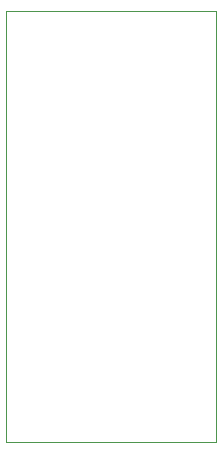
<source format=gbr>
%TF.GenerationSoftware,KiCad,Pcbnew,9.0.5*%
%TF.CreationDate,2025-10-26T17:33:29-05:00*%
%TF.ProjectId,28c256,32386332-3536-42e6-9b69-6361645f7063,rev?*%
%TF.SameCoordinates,Original*%
%TF.FileFunction,Profile,NP*%
%FSLAX46Y46*%
G04 Gerber Fmt 4.6, Leading zero omitted, Abs format (unit mm)*
G04 Created by KiCad (PCBNEW 9.0.5) date 2025-10-26 17:33:29*
%MOMM*%
%LPD*%
G01*
G04 APERTURE LIST*
%TA.AperFunction,Profile*%
%ADD10C,0.050000*%
%TD*%
G04 APERTURE END LIST*
D10*
X140176250Y-75882500D02*
X122396250Y-75882500D01*
X140176250Y-112395000D02*
X140176250Y-75882500D01*
X122396250Y-112395000D02*
X140176250Y-112395000D01*
X122396250Y-75882500D02*
X122396250Y-112395000D01*
M02*

</source>
